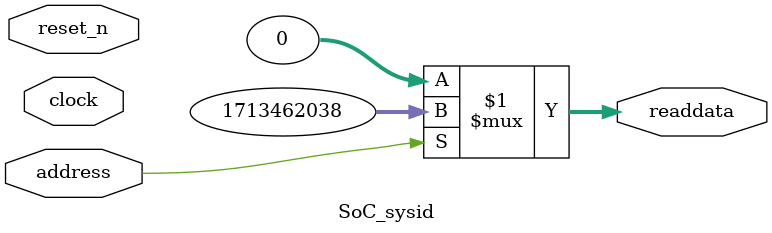
<source format=v>

`timescale 1ns / 1ps
// synthesis translate_on

// turn off superfluous verilog processor warnings 
// altera message_level Level1 
// altera message_off 10034 10035 10036 10037 10230 10240 10030 

module SoC_sysid (
               // inputs:
                address,
                clock,
                reset_n,

               // outputs:
                readdata
             )
;

  output  [ 31: 0] readdata;
  input            address;
  input            clock;
  input            reset_n;

  wire    [ 31: 0] readdata;
  //control_slave, which is an e_avalon_slave
  assign readdata = address ? 1713462038 : 0;

endmodule




</source>
